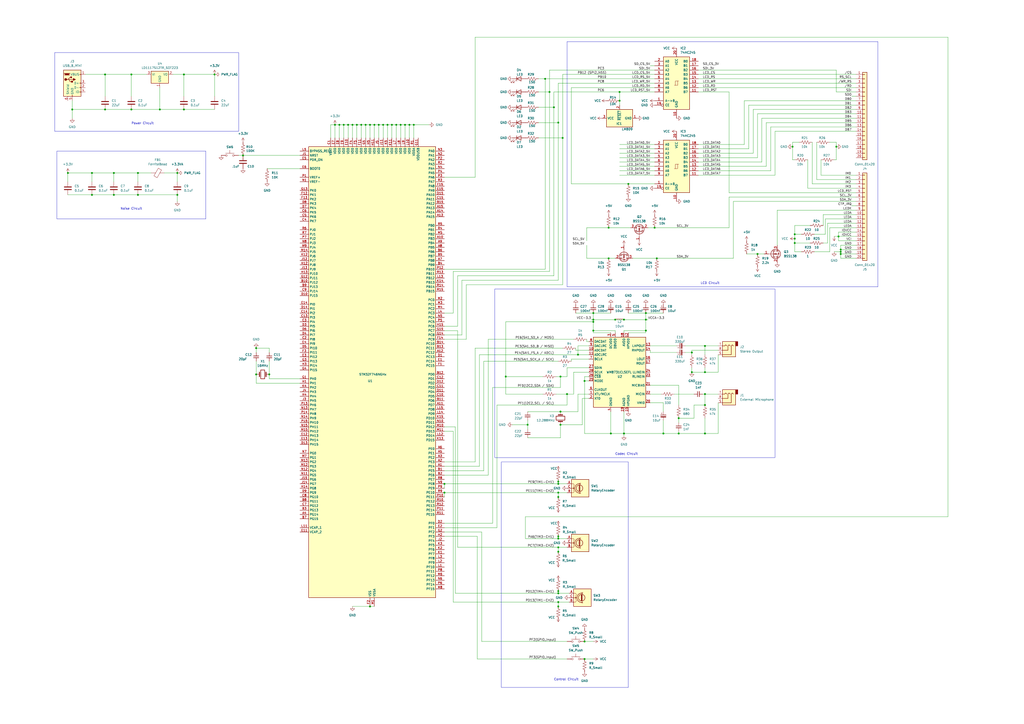
<source format=kicad_sch>
(kicad_sch (version 20230121) (generator eeschema)
  (paper "A2")
  (junction (at 323.85 344.17))
  (junction (at 148.59 217.17))
  (junction (at 325.12 218.44))
  (junction (at 80.01 100.33))
  (junction (at 293.37 218.44))
  (junction (at 306.07 246.38))
  (junction (at 204.47 72.39))
  (junction (at 106.68 43.18))
  (junction (at 335.28 205.74))
  (junction (at 381 149.86))
  (junction (at 76.2 63.5))
  (junction (at 359.41 58.42))
  (junction (at 257.81 285.75))
  (junction (at 196.85 72.39))
  (junction (at 41.91 63.5))
  (junction (at 384.81 251.46))
  (junction (at 214.63 72.39))
  (junction (at 148.59 201.93))
  (junction (at 316.23 45.72))
  (junction (at 408.94 234.95))
  (junction (at 374.65 191.77))
  (junction (at 323.85 342.9))
  (junction (at 219.71 72.39))
  (junction (at 234.95 72.39))
  (junction (at 257.81 280.67))
  (junction (at 229.87 72.39))
  (junction (at 353.06 149.86))
  (junction (at 339.09 382.27))
  (junction (at 323.85 351.79))
  (junction (at 102.87 113.03))
  (junction (at 408.94 228.6))
  (junction (at 323.85 71.12))
  (junction (at 323.85 285.75))
  (junction (at 318.77 53.34))
  (junction (at 356.87 185.42))
  (junction (at 323.85 317.5))
  (junction (at 487.68 147.32))
  (junction (at 140.97 90.17))
  (junction (at 240.03 72.39))
  (junction (at 328.93 228.6))
  (junction (at 66.04 100.33))
  (junction (at 106.68 63.5))
  (junction (at 487.68 144.78))
  (junction (at 194.31 72.39))
  (junction (at 459.74 85.09))
  (junction (at 80.01 113.03))
  (junction (at 359.41 53.34))
  (junction (at 485.14 85.09))
  (junction (at 212.09 72.39))
  (junction (at 323.85 349.25))
  (junction (at 325.12 238.76))
  (junction (at 124.46 43.18))
  (junction (at 439.42 147.32))
  (junction (at 232.41 72.39))
  (junction (at 486.41 137.16))
  (junction (at 393.7 251.46))
  (junction (at 237.49 72.39))
  (junction (at 344.17 186.69))
  (junction (at 323.85 279.4))
  (junction (at 461.01 135.89))
  (junction (at 92.71 63.5))
  (junction (at 401.32 204.47))
  (junction (at 199.39 72.39))
  (junction (at 60.96 43.18))
  (junction (at 393.7 242.57))
  (junction (at 401.32 215.9))
  (junction (at 224.79 72.39))
  (junction (at 487.68 146.05))
  (junction (at 39.37 100.33))
  (junction (at 353.06 132.08))
  (junction (at 222.25 72.39))
  (junction (at 339.09 220.98))
  (junction (at 344.17 191.77))
  (junction (at 374.65 185.42))
  (junction (at 364.49 106.68))
  (junction (at 344.17 185.42))
  (junction (at 361.95 185.42))
  (junction (at 66.04 113.03))
  (junction (at 361.95 251.46))
  (junction (at 461.01 138.43))
  (junction (at 379.73 132.08))
  (junction (at 60.96 63.5))
  (junction (at 344.17 181.61))
  (junction (at 53.34 100.33))
  (junction (at 339.09 372.11))
  (junction (at 461.01 140.97))
  (junction (at 323.85 280.67))
  (junction (at 323.85 288.29))
  (junction (at 209.55 72.39))
  (junction (at 102.87 100.33))
  (junction (at 323.85 311.15))
  (junction (at 156.21 217.17))
  (junction (at 408.94 215.9))
  (junction (at 321.31 62.23))
  (junction (at 217.17 72.39))
  (junction (at 201.93 72.39))
  (junction (at 354.33 251.46))
  (junction (at 76.2 43.18))
  (junction (at 325.12 246.38))
  (junction (at 408.94 200.66))
  (junction (at 323.85 320.04))
  (junction (at 408.94 251.46))
  (junction (at 207.01 72.39))
  (junction (at 326.39 80.01))
  (junction (at 374.65 181.61))
  (junction (at 323.85 312.42))
  (junction (at 53.34 113.03))
  (junction (at 214.63 351.79))
  (junction (at 227.33 72.39))
  (wire (pts (xy 222.25 72.39) (xy 222.25 80.01)))
  (wire (pts (xy 472.44 146.05) (xy 481.33 146.05)))
  (wire (pts (xy 323.85 162.56) (xy 267.97 162.56)))
  (wire (pts (xy 148.59 222.25) (xy 148.59 217.17)))
  (wire (pts (xy 444.5 96.52) (xy 444.5 71.12)))
  (wire (pts (xy 76.2 43.18) (xy 76.2 55.88)))
  (wire (pts (xy 422.91 111.76) (xy 496.57 111.76)))
  (wire (pts (xy 377.19 38.1) (xy 379.73 38.1)))
  (wire (pts (xy 425.45 116.84) (xy 425.45 149.86)))
  (wire (pts (xy 41.91 63.5) (xy 60.96 63.5)))
  (wire (pts (xy 265.43 317.5) (xy 323.85 317.5)))
  (wire (pts (xy 66.04 100.33) (xy 66.04 105.41)))
  (wire (pts (xy 337.82 246.38) (xy 325.12 246.38)))
  (wire (pts (xy 359.41 88.9) (xy 379.73 88.9)))
  (wire (pts (xy 459.74 92.71) (xy 459.74 85.09)))
  (wire (pts (xy 481.33 132.08) (xy 481.33 146.05)))
  (wire (pts (xy 323.85 279.4) (xy 323.85 278.13)))
  (wire (pts (xy 124.46 43.18) (xy 124.46 55.88)))
  (wire (pts (xy 262.89 349.25) (xy 262.89 250.19)))
  (wire (pts (xy 278.13 205.74) (xy 335.28 205.74)))
  (wire (pts (xy 405.13 83.82) (xy 431.8 83.82)))
  (wire (pts (xy 359.41 96.52) (xy 379.73 96.52)))
  (wire (pts (xy 331.47 50.8) (xy 379.73 50.8)))
  (wire (pts (xy 257.81 273.05) (xy 280.67 273.05)))
  (wire (pts (xy 267.97 194.31) (xy 257.81 194.31)))
  (wire (pts (xy 148.59 209.55) (xy 148.59 217.17)))
  (wire (pts (xy 486.41 137.16) (xy 496.57 137.16)))
  (wire (pts (xy 487.68 146.05) (xy 487.68 147.32)))
  (wire (pts (xy 66.04 100.33) (xy 53.34 100.33)))
  (wire (pts (xy 227.33 72.39) (xy 229.87 72.39)))
  (wire (pts (xy 477.52 124.46) (xy 496.57 124.46)))
  (wire (pts (xy 356.87 193.04) (xy 356.87 191.77)))
  (wire (pts (xy 321.31 53.34) (xy 359.41 53.34)))
  (wire (pts (xy 262.89 181.61) (xy 257.81 181.61)))
  (wire (pts (xy 392.43 204.47) (xy 377.19 204.47)))
  (wire (pts (xy 339.09 372.11) (xy 344.17 372.11)))
  (wire (pts (xy 483.87 137.16) (xy 486.41 137.16)))
  (wire (pts (xy 361.95 251.46) (xy 361.95 252.73)))
  (wire (pts (xy 312.42 62.23) (xy 321.31 62.23)))
  (wire (pts (xy 140.97 90.17) (xy 173.99 90.17)))
  (wire (pts (xy 312.42 53.34) (xy 318.77 53.34)))
  (wire (pts (xy 486.41 134.62) (xy 486.41 137.16)))
  (wire (pts (xy 214.63 72.39) (xy 214.63 80.01)))
  (wire (pts (xy 207.01 72.39) (xy 209.55 72.39)))
  (wire (pts (xy 257.81 189.23) (xy 265.43 189.23)))
  (wire (pts (xy 359.41 99.06) (xy 379.73 99.06)))
  (wire (pts (xy 275.59 21.59) (xy 275.59 102.87)))
  (wire (pts (xy 312.42 71.12) (xy 323.85 71.12)))
  (wire (pts (xy 476.25 101.6) (xy 496.57 101.6)))
  (wire (pts (xy 459.74 82.55) (xy 463.55 82.55)))
  (wire (pts (xy 262.89 250.19) (xy 257.81 250.19)))
  (wire (pts (xy 487.68 142.24) (xy 487.68 144.78)))
  (wire (pts (xy 334.01 203.2) (xy 341.63 203.2)))
  (wire (pts (xy 39.37 100.33) (xy 39.37 105.41)))
  (wire (pts (xy 439.42 66.04) (xy 496.57 66.04)))
  (wire (pts (xy 323.85 48.26) (xy 323.85 71.12)))
  (wire (pts (xy 328.93 280.67) (xy 323.85 280.67)))
  (wire (pts (xy 278.13 270.51) (xy 278.13 205.74)))
  (wire (pts (xy 364.49 106.68) (xy 379.73 106.68)))
  (wire (pts (xy 461.01 138.43) (xy 461.01 140.97)))
  (wire (pts (xy 314.96 228.6) (xy 293.37 228.6)))
  (wire (pts (xy 323.85 320.04) (xy 323.85 321.31)))
  (wire (pts (xy 480.06 129.54) (xy 480.06 140.97)))
  (wire (pts (xy 293.37 186.69) (xy 344.17 186.69)))
  (wire (pts (xy 173.99 222.25) (xy 148.59 222.25)))
  (wire (pts (xy 332.74 215.9) (xy 332.74 228.6)))
  (wire (pts (xy 341.63 200.66) (xy 335.28 200.66)))
  (wire (pts (xy 408.94 215.9) (xy 401.32 215.9)))
  (wire (pts (xy 224.79 72.39) (xy 224.79 80.01)))
  (wire (pts (xy 487.68 149.86) (xy 496.57 149.86)))
  (wire (pts (xy 549.91 21.59) (xy 275.59 21.59)))
  (wire (pts (xy 377.19 228.6) (xy 383.54 228.6)))
  (wire (pts (xy 344.17 181.61) (xy 354.33 181.61)))
  (wire (pts (xy 353.06 149.86) (xy 356.87 149.86)))
  (wire (pts (xy 401.32 213.36) (xy 401.32 215.9)))
  (wire (pts (xy 487.68 142.24) (xy 496.57 142.24)))
  (wire (pts (xy 53.34 113.03) (xy 66.04 113.03)))
  (wire (pts (xy 353.06 132.08) (xy 365.76 132.08)))
  (wire (pts (xy 316.23 45.72) (xy 379.73 45.72)))
  (wire (pts (xy 328.93 228.6) (xy 328.93 234.95)))
  (wire (pts (xy 214.63 72.39) (xy 217.17 72.39)))
  (wire (pts (xy 359.41 86.36) (xy 379.73 86.36)))
  (wire (pts (xy 196.85 72.39) (xy 199.39 72.39)))
  (wire (pts (xy 80.01 113.03) (xy 102.87 113.03)))
  (wire (pts (xy 270.51 196.85) (xy 257.81 196.85)))
  (wire (pts (xy 374.65 185.42) (xy 375.92 185.42)))
  (wire (pts (xy 359.41 91.44) (xy 379.73 91.44)))
  (wire (pts (xy 224.79 72.39) (xy 227.33 72.39)))
  (wire (pts (xy 478.79 127) (xy 496.57 127)))
  (wire (pts (xy 335.28 228.6) (xy 335.28 238.76)))
  (wire (pts (xy 232.41 72.39) (xy 234.95 72.39)))
  (wire (pts (xy 328.93 213.36) (xy 328.93 218.44)))
  (wire (pts (xy 237.49 72.39) (xy 237.49 80.01)))
  (wire (pts (xy 377.19 233.68) (xy 384.81 233.68)))
  (wire (pts (xy 323.85 351.79) (xy 323.85 353.06)))
  (wire (pts (xy 337.82 231.14) (xy 337.82 246.38)))
  (wire (pts (xy 304.8 299.72) (xy 549.91 299.72)))
  (wire (pts (xy 461.01 130.81) (xy 461.01 135.89)))
  (wire (pts (xy 328.93 285.75) (xy 323.85 285.75)))
  (wire (pts (xy 377.19 204.47) (xy 377.19 203.2)))
  (wire (pts (xy 434.34 60.96) (xy 496.57 60.96)))
  (wire (pts (xy 549.91 299.72) (xy 549.91 21.59)))
  (wire (pts (xy 280.67 273.05) (xy 280.67 209.55)))
  (wire (pts (xy 359.41 53.34) (xy 359.41 58.42)))
  (wire (pts (xy 325.12 246.38) (xy 325.12 254)))
  (wire (pts (xy 288.29 234.95) (xy 328.93 234.95)))
  (wire (pts (xy 379.73 132.08) (xy 422.91 132.08)))
  (wire (pts (xy 472.44 135.89) (xy 478.79 135.89)))
  (wire (pts (xy 361.95 185.42) (xy 374.65 185.42)))
  (wire (pts (xy 447.04 73.66) (xy 447.04 99.06)))
  (wire (pts (xy 473.71 104.14) (xy 496.57 104.14)))
  (wire (pts (xy 405.13 88.9) (xy 436.88 88.9)))
  (wire (pts (xy 288.29 234.95) (xy 288.29 306.07)))
  (wire (pts (xy 402.59 242.57) (xy 402.59 234.95)))
  (wire (pts (xy 407.67 228.6) (xy 408.94 228.6)))
  (wire (pts (xy 257.81 285.75) (xy 257.81 288.29)))
  (wire (pts (xy 393.7 251.46) (xy 408.94 251.46)))
  (wire (pts (xy 332.74 228.6) (xy 328.93 228.6)))
  (wire (pts (xy 408.94 242.57) (xy 408.94 251.46)))
  (wire (pts (xy 285.75 224.79) (xy 325.12 224.79)))
  (wire (pts (xy 384.81 233.68) (xy 384.81 238.76)))
  (wire (pts (xy 405.13 40.64) (xy 485.14 40.64)))
  (wire (pts (xy 405.13 93.98) (xy 441.96 93.98)))
  (wire (pts (xy 76.2 63.5) (xy 92.71 63.5)))
  (wire (pts (xy 461.01 135.89) (xy 464.82 135.89)))
  (wire (pts (xy 297.18 246.38) (xy 306.07 246.38)))
  (wire (pts (xy 270.51 165.1) (xy 270.51 196.85)))
  (wire (pts (xy 323.85 342.9) (xy 323.85 341.63)))
  (wire (pts (xy 156.21 201.93) (xy 156.21 204.47)))
  (wire (pts (xy 285.75 224.79) (xy 285.75 303.53)))
  (wire (pts (xy 257.81 306.07) (xy 288.29 306.07)))
  (wire (pts (xy 487.68 144.78) (xy 496.57 144.78)))
  (wire (pts (xy 464.82 146.05) (xy 461.01 146.05)))
  (wire (pts (xy 264.16 247.65) (xy 264.16 344.17)))
  (wire (pts (xy 364.49 106.68) (xy 331.47 106.68)))
  (wire (pts (xy 335.28 200.66) (xy 335.28 205.74)))
  (wire (pts (xy 199.39 72.39) (xy 199.39 80.01)))
  (wire (pts (xy 354.33 193.04) (xy 344.17 193.04)))
  (wire (pts (xy 450.85 142.24) (xy 450.85 121.92)))
  (wire (pts (xy 264.16 344.17) (xy 323.85 344.17)))
  (wire (pts (xy 408.94 200.66) (xy 416.56 200.66)))
  (wire (pts (xy 354.33 238.76) (xy 354.33 251.46)))
  (wire (pts (xy 328.93 317.5) (xy 323.85 317.5)))
  (wire (pts (xy 49.53 43.18) (xy 60.96 43.18)))
  (wire (pts (xy 469.9 130.81) (xy 461.01 130.81)))
  (wire (pts (xy 217.17 72.39) (xy 219.71 72.39)))
  (wire (pts (xy 359.41 83.82) (xy 379.73 83.82)))
  (wire (pts (xy 326.39 43.18) (xy 326.39 80.01)))
  (wire (pts (xy 306.07 246.38) (xy 306.07 248.92)))
  (wire (pts (xy 293.37 218.44) (xy 293.37 186.69)))
  (wire (pts (xy 477.52 124.46) (xy 477.52 130.81)))
  (wire (pts (xy 341.63 218.44) (xy 339.09 218.44)))
  (wire (pts (xy 397.51 200.66) (xy 408.94 200.66)))
  (wire (pts (xy 405.13 91.44) (xy 439.42 91.44)))
  (wire (pts (xy 485.14 85.09) (xy 485.14 82.55)))
  (wire (pts (xy 154.94 97.79) (xy 173.99 97.79)))
  (wire (pts (xy 425.45 116.84) (xy 496.57 116.84)))
  (wire (pts (xy 339.09 382.27) (xy 344.17 382.27)))
  (wire (pts (xy 217.17 72.39) (xy 217.17 80.01)))
  (wire (pts (xy 323.85 288.29) (xy 323.85 289.56)))
  (wire (pts (xy 276.86 382.27) (xy 328.93 382.27)))
  (wire (pts (xy 321.31 62.23) (xy 321.31 160.02)))
  (wire (pts (xy 391.16 228.6) (xy 402.59 228.6)))
  (wire (pts (xy 318.77 40.64) (xy 379.73 40.64)))
  (wire (pts (xy 257.81 247.65) (xy 264.16 247.65)))
  (wire (pts (xy 341.63 228.6) (xy 335.28 228.6)))
  (wire (pts (xy 60.96 43.18) (xy 60.96 55.88)))
  (wire (pts (xy 408.94 200.66) (xy 408.94 205.74)))
  (wire (pts (xy 431.8 83.82) (xy 431.8 58.42)))
  (wire (pts (xy 485.14 53.34) (xy 496.57 53.34)))
  (wire (pts (xy 361.95 191.77) (xy 374.65 191.77)))
  (wire (pts (xy 265.43 317.5) (xy 265.43 191.77)))
  (wire (pts (xy 468.63 92.71) (xy 468.63 109.22)))
  (wire (pts (xy 393.7 250.19) (xy 393.7 251.46)))
  (wire (pts (xy 201.93 72.39) (xy 204.47 72.39)))
  (wire (pts (xy 323.85 312.42) (xy 323.85 311.15)))
  (wire (pts (xy 340.36 149.86) (xy 353.06 149.86)))
  (wire (pts (xy 316.23 45.72) (xy 316.23 156.21)))
  (wire (pts (xy 76.2 43.18) (xy 85.09 43.18)))
  (wire (pts (xy 364.49 193.04) (xy 374.65 193.04)))
  (wire (pts (xy 219.71 72.39) (xy 222.25 72.39)))
  (wire (pts (xy 257.81 275.59) (xy 283.21 275.59)))
  (wire (pts (xy 234.95 72.39) (xy 234.95 80.01)))
  (wire (pts (xy 306.07 243.84) (xy 306.07 246.38)))
  (wire (pts (xy 209.55 72.39) (xy 212.09 72.39)))
  (wire (pts (xy 401.32 204.47) (xy 401.32 203.2)))
  (wire (pts (xy 80.01 100.33) (xy 66.04 100.33)))
  (wire (pts (xy 408.94 228.6) (xy 416.56 228.6)))
  (wire (pts (xy 106.68 63.5) (xy 124.46 63.5)))
  (wire (pts (xy 60.96 43.18) (xy 76.2 43.18)))
  (wire (pts (xy 439.42 66.04) (xy 439.42 91.44)))
  (wire (pts (xy 53.34 100.33) (xy 53.34 105.41)))
  (wire (pts (xy 321.31 53.34) (xy 321.31 62.23)))
  (wire (pts (xy 331.47 209.55) (xy 331.47 208.28)))
  (wire (pts (xy 322.58 228.6) (xy 328.93 228.6)))
  (wire (pts (xy 405.13 86.36) (xy 434.34 86.36)))
  (wire (pts (xy 194.31 72.39) (xy 191.77 72.39)))
  (wire (pts (xy 306.07 238.76) (xy 325.12 238.76)))
  (wire (pts (xy 257.81 280.67) (xy 257.81 283.21)))
  (wire (pts (xy 148.59 201.93) (xy 156.21 201.93)))
  (wire (pts (xy 494.03 55.88) (xy 496.57 55.88)))
  (wire (pts (xy 280.67 209.55) (xy 323.85 209.55)))
  (wire (pts (xy 481.33 82.55) (xy 485.14 82.55)))
  (wire (pts (xy 222.25 72.39) (xy 224.79 72.39)))
  (wire (pts (xy 312.42 80.01) (xy 326.39 80.01)))
  (wire (pts (xy 354.33 251.46) (xy 361.95 251.46)))
  (wire (pts (xy 330.2 344.17) (xy 323.85 344.17)))
  (wire (pts (xy 486.41 139.7) (xy 496.57 139.7)))
  (wire (pts (xy 441.96 93.98) (xy 441.96 68.58)))
  (wire (pts (xy 102.87 113.03) (xy 102.87 116.84)))
  (wire (pts (xy 148.59 201.93) (xy 148.59 204.47)))
  (wire (pts (xy 434.34 60.96) (xy 434.34 86.36)))
  (wire (pts (xy 279.4 372.11) (xy 328.93 372.11)))
  (wire (pts (xy 265.43 160.02) (xy 265.43 189.23)))
  (wire (pts (xy 227.33 72.39) (xy 227.33 80.01)))
  (wire (pts (xy 471.17 106.68) (xy 496.57 106.68)))
  (wire (pts (xy 375.92 132.08) (xy 379.73 132.08)))
  (wire (pts (xy 486.41 134.62) (xy 496.57 134.62)))
  (wire (pts (xy 478.79 127) (xy 478.79 135.89)))
  (wire (pts (xy 341.63 213.36) (xy 328.93 213.36)))
  (wire (pts (xy 191.77 72.39) (xy 191.77 80.01)))
  (wire (pts (xy 408.94 251.46) (xy 416.56 251.46)))
  (wire (pts (xy 384.81 251.46) (xy 393.7 251.46)))
  (wire (pts (xy 257.81 267.97) (xy 275.59 267.97)))
  (wire (pts (xy 401.32 204.47) (xy 401.32 205.74)))
  (wire (pts (xy 257.81 285.75) (xy 323.85 285.75)))
  (wire (pts (xy 361.95 251.46) (xy 384.81 251.46)))
  (wire (pts (xy 275.59 267.97) (xy 275.59 201.93)))
  (wire (pts (xy 494.03 119.38) (xy 496.57 119.38)))
  (wire (pts (xy 53.34 100.33) (xy 39.37 100.33)))
  (wire (pts (xy 199.39 72.39) (xy 201.93 72.39)))
  (wire (pts (xy 439.42 147.32) (xy 443.23 147.32)))
  (wire (pts (xy 204.47 351.79) (xy 214.63 351.79)))
  (wire (pts (xy 405.13 50.8) (xy 496.57 50.8)))
  (wire (pts (xy 323.85 71.12) (xy 323.85 162.56)))
  (wire (pts (xy 87.63 100.33) (xy 80.01 100.33)))
  (wire (pts (xy 374.65 181.61) (xy 374.65 185.42)))
  (wire (pts (xy 422.91 53.34) (xy 422.91 111.76)))
  (wire (pts (xy 339.09 251.46) (xy 354.33 251.46)))
  (wire (pts (xy 436.88 88.9) (xy 436.88 63.5)))
  (wire (pts (xy 106.68 43.18) (xy 124.46 43.18)))
  (wire (pts (xy 304.8 299.72) (xy 304.8 312.42)))
  (wire (pts (xy 156.21 219.71) (xy 156.21 217.17)))
  (wire (pts (xy 473.71 82.55) (xy 473.71 104.14)))
  (wire (pts (xy 194.31 72.39) (xy 196.85 72.39)))
  (wire (pts (xy 232.41 72.39) (xy 232.41 80.01)))
  (wire (pts (xy 416.56 203.2) (xy 401.32 203.2)))
  (wire (pts (xy 377.19 200.66) (xy 392.43 200.66)))
  (wire (pts (xy 240.03 72.39) (xy 240.03 80.01)))
  (wire (pts (xy 405.13 43.18) (xy 496.57 43.18)))
  (wire (pts (xy 367.03 149.86) (xy 381 149.86)))
  (wire (pts (xy 408.94 213.36) (xy 408.94 215.9)))
  (wire (pts (xy 359.41 101.6) (xy 379.73 101.6)))
  (wire (pts (xy 234.95 72.39) (xy 237.49 72.39)))
  (wire (pts (xy 318.77 53.34) (xy 318.77 157.48)))
  (wire (pts (xy 326.39 165.1) (xy 270.51 165.1)))
  (wire (pts (xy 304.8 312.42) (xy 323.85 312.42)))
  (wire (pts (xy 405.13 45.72) (xy 496.57 45.72)))
  (wire (pts (xy 204.47 72.39) (xy 204.47 80.01)))
  (wire (pts (xy 265.43 191.77) (xy 257.81 191.77)))
  (wire (pts (xy 481.33 132.08) (xy 496.57 132.08)))
  (wire (pts (xy 323.85 48.26) (xy 379.73 48.26)))
  (wire (pts (xy 487.68 147.32) (xy 487.68 149.86)))
  (wire (pts (xy 416.56 205.74) (xy 416.56 215.9)))
  (wire (pts (xy 416.56 215.9) (xy 408.94 215.9)))
  (wire (pts (xy 341.63 215.9) (xy 332.74 215.9)))
  (wire (pts (xy 207.01 72.39) (xy 207.01 80.01)))
  (wire (pts (xy 405.13 99.06) (xy 447.04 99.06)))
  (wire (pts (xy 344.17 185.42) (xy 356.87 185.42)))
  (wire (pts (xy 340.36 196.85) (xy 340.36 198.12)))
  (wire (pts (xy 262.89 157.48) (xy 262.89 181.61)))
  (wire (pts (xy 39.37 113.03) (xy 53.34 113.03)))
  (wire (pts (xy 487.68 144.78) (xy 487.68 146.05)))
  (wire (pts (xy 325.12 218.44) (xy 325.12 224.79)))
  (wire (pts (xy 156.21 209.55) (xy 156.21 217.17)))
  (wire (pts (xy 283.21 275.59) (xy 283.21 196.85)))
  (wire (pts (xy 405.13 101.6) (xy 449.58 101.6)))
  (wire (pts (xy 405.13 48.26) (xy 496.57 48.26)))
  (wire (pts (xy 257.81 270.51) (xy 278.13 270.51)))
  (wire (pts (xy 344.17 186.69) (xy 344.17 185.42)))
  (wire (pts (xy 214.63 351.79) (xy 217.17 351.79)))
  (wire (pts (xy 323.85 349.25) (xy 323.85 351.79)))
  (wire (pts (xy 422.91 132.08) (xy 422.91 114.3)))
  (wire (pts (xy 212.09 72.39) (xy 214.63 72.39)))
  (wire (pts (xy 381 149.86) (xy 425.45 149.86)))
  (wire (pts (xy 449.58 101.6) (xy 449.58 76.2)))
  (wire (pts (xy 106.68 43.18) (xy 106.68 55.88)))
  (wire (pts (xy 344.17 191.77) (xy 344.17 186.69)))
  (wire (pts (xy 359.41 93.98) (xy 379.73 93.98)))
  (wire (pts (xy 325.12 254) (xy 306.07 254)))
  (wire (pts (xy 100.33 43.18) (xy 106.68 43.18)))
  (wire (pts (xy 444.5 71.12) (xy 496.57 71.12)))
  (wire (pts (xy 318.77 157.48) (xy 262.89 157.48)))
  (wire (pts (xy 471.17 106.68) (xy 471.17 82.55)))
  (wire (pts (xy 321.31 160.02) (xy 265.43 160.02)))
  (wire (pts (xy 323.85 344.17) (xy 323.85 342.9)))
  (wire (pts (xy 212.09 72.39) (xy 212.09 80.01)))
  (wire (pts (xy 334.01 181.61) (xy 344.17 181.61)))
  (wire (pts (xy 312.42 45.72) (xy 316.23 45.72)))
  (wire (pts (xy 41.91 63.5) (xy 41.91 68.58)))
  (wire (pts (xy 359.41 60.96) (xy 359.41 58.42)))
  (wire (pts (xy 374.65 181.61) (xy 384.81 181.61)))
  (wire (pts (xy 340.36 142.24) (xy 340.36 149.86)))
  (wire (pts (xy 339.09 220.98) (xy 339.09 251.46)))
  (wire (pts (xy 330.2 349.25) (xy 323.85 349.25)))
  (wire (pts (xy 476.25 101.6) (xy 476.25 92.71)))
  (wire (pts (xy 314.96 218.44) (xy 293.37 218.44)))
  (wire (pts (xy 283.21 196.85) (xy 332.74 196.85)))
  (wire (pts (xy 422.91 114.3) (xy 496.57 114.3)))
  (wire (pts (xy 361.95 238.76) (xy 361.95 251.46)))
  (wire (pts (xy 331.47 208.28) (xy 341.63 208.28)))
  (wire (pts (xy 344.17 181.61) (xy 344.17 185.42)))
  (wire (pts (xy 331.47 50.8) (xy 331.47 106.68)))
  (wire (pts (xy 204.47 72.39) (xy 207.01 72.39)))
  (wire (pts (xy 441.96 68.58) (xy 496.57 68.58)))
  (wire (pts (xy 201.93 72.39) (xy 201.93 80.01)))
  (wire (pts (xy 323.85 311.15) (xy 323.85 309.88)))
  (wire (pts (xy 459.74 85.09) (xy 459.74 82.55)))
  (wire (pts (xy 374.65 191.77) (xy 374.65 185.42)))
  (wire (pts (xy 279.4 308.61) (xy 257.81 308.61)))
  (wire (pts (xy 340.36 198.12) (xy 341.63 198.12)))
  (wire (pts (xy 384.81 243.84) (xy 384.81 251.46)))
  (wire (pts (xy 279.4 372.11) (xy 279.4 308.61)))
  (wire (pts (xy 344.17 193.04) (xy 344.17 191.77)))
  (wire (pts (xy 340.36 132.08) (xy 353.06 132.08)))
  (wire (pts (xy 340.36 139.7) (xy 340.36 132.08)))
  (wire (pts (xy 267.97 162.56) (xy 267.97 194.31)))
  (wire (pts (xy 323.85 280.67) (xy 323.85 279.4)))
  (wire (pts (xy 257.81 280.67) (xy 323.85 280.67)))
  (wire (pts (xy 335.28 205.74) (xy 341.63 205.74)))
  (wire (pts (xy 364.49 181.61) (xy 374.65 181.61)))
  (wire (pts (xy 339.09 220.98) (xy 341.63 220.98)))
  (wire (pts (xy 102.87 100.33) (xy 102.87 105.41)))
  (wire (pts (xy 450.85 121.92) (xy 496.57 121.92)))
  (wire (pts (xy 328.93 218.44) (xy 325.12 218.44)))
  (wire (pts (xy 480.06 129.54) (xy 496.57 129.54)))
  (wire (pts (xy 485.14 53.34) (xy 485.14 40.64)))
  (wire (pts (xy 461.01 92.71) (xy 459.74 92.71)))
  (wire (pts (xy 138.43 90.17) (xy 140.97 90.17)))
  (wire (pts (xy 393.7 242.57) (xy 402.59 242.57)))
  (wire (pts (xy 485.14 92.71) (xy 485.14 85.09)))
  (wire (pts (xy 237.49 72.39) (xy 240.03 72.39)))
  (wire (pts (xy 60.96 63.5) (xy 76.2 63.5)))
  (wire (pts (xy 374.65 193.04) (xy 374.65 191.77)))
  (wire (pts (xy 408.94 228.6) (xy 408.94 234.95)))
  (wire (pts (xy 405.13 96.52) (xy 444.5 96.52)))
  (wire (pts (xy 477.52 140.97) (xy 480.06 140.97)))
  (wire (pts (xy 402.59 234.95) (xy 408.94 234.95)))
  (wire (pts (xy 322.58 218.44) (xy 325.12 218.44)))
  (wire (pts (xy 356.87 191.77) (xy 344.17 191.77)))
  (wire (pts (xy 66.04 113.03) (xy 80.01 113.03)))
  (wire (pts (xy 323.85 285.75) (xy 323.85 288.29)))
  (wire (pts (xy 240.03 72.39) (xy 248.92 72.39)))
  (wire (pts (xy 341.63 231.14) (xy 337.82 231.14)))
  (wire (pts (xy 436.88 63.5) (xy 496.57 63.5)))
  (wire (pts (xy 209.55 72.39) (xy 209.55 80.01)))
  (wire (pts (xy 80.01 100.33) (xy 80.01 105.41)))
  (wire (pts (xy 316.23 156.21) (xy 257.81 156.21)))
  (wire (pts (xy 487.68 147.32) (xy 496.57 147.32)))
  (wire (pts (xy 416.56 233.68) (xy 416.56 251.46)))
  (wire (pts (xy 339.09 218.44) (xy 339.09 220.98)))
  (wire (pts (xy 342.9 185.42) (xy 344.17 185.42)))
  (wire (pts (xy 469.9 140.97) (xy 461.01 140.97)))
  (wire (pts (xy 293.37 228.6) (xy 293.37 218.44)))
  (wire (pts (xy 92.71 63.5) (xy 106.68 63.5)))
  (wire (pts (xy 433.07 147.32) (xy 439.42 147.32)))
  (wire (pts (xy 447.04 73.66) (xy 496.57 73.66)))
  (wire (pts (xy 397.51 204.47) (xy 401.32 204.47)))
  (wire (pts (xy 361.95 193.04) (xy 361.95 191.77)))
  (wire (pts (xy 229.87 72.39) (xy 232.41 72.39)))
  (wire (pts (xy 461.01 140.97) (xy 461.01 146.05)))
  (wire (pts (xy 393.7 242.57) (xy 393.7 245.11)))
  (wire (pts (xy 359.41 53.34) (xy 379.73 53.34)))
  (wire (pts (xy 275.59 201.93) (xy 326.39 201.93)))
  (wire (pts (xy 41.91 58.42) (xy 41.91 63.5)))
  (wire (pts (xy 194.31 72.39) (xy 194.31 80.01)))
  (wire (pts (xy 328.93 312.42) (xy 323.85 312.42)))
  (wire (pts (xy 173.99 219.71) (xy 156.21 219.71)))
  (wire (pts (xy 196.85 72.39) (xy 196.85 80.01)))
  (wire (pts (xy 262.89 349.25) (xy 323.85 349.25)))
  (wire (pts (xy 95.25 100.33) (xy 102.87 100.33)))
  (wire (pts (xy 276.86 382.27) (xy 276.86 311.15)))
  (wire (pts (xy 275.59 102.87) (xy 257.81 102.87)))
  (wire (pts (xy 483.87 146.05) (xy 487.68 146.05)))
  (wire (pts (xy 431.8 58.42) (xy 496.57 58.42)))
  (wire (pts (xy 219.71 72.39) (xy 219.71 80.01)))
  (wire (pts (xy 377.19 223.52) (xy 393.7 223.52)))
  (wire (pts (xy 361.95 185.42) (xy 356.87 185.42)))
  (wire (pts (xy 449.58 76.2) (xy 496.57 76.2)))
  (wire (pts (xy 285.75 303.53) (xy 257.81 303.53)))
  (wire (pts (xy 486.41 137.16) (xy 486.41 139.7)))
  (wire (pts (xy 318.77 40.64) (xy 318.77 53.34)))
  (wire (pts (xy 326.39 80.01) (xy 326.39 165.1)))
  (wire (pts (xy 335.28 238.76) (xy 325.12 238.76)))
  (wire (pts (xy 461.01 135.89) (xy 461.01 138.43)))
  (wire (pts (xy 405.13 53.34) (xy 422.91 53.34)))
  (wire (pts (xy 326.39 43.18) (xy 379.73 43.18)))
  (wire (pts (xy 229.87 72.39) (xy 229.87 80.01)))
  (wire (pts (xy 334.01 201.93) (xy 334.01 203.2)))
  (wire (pts (xy 257.81 311.15) (xy 276.86 311.15)))
  (wire (pts (xy 393.7 234.95) (xy 393.7 223.52)))
  (wire (pts (xy 468.63 109.22) (xy 496.57 109.22)))
  (wire (pts (xy 323.85 317.5) (xy 323.85 320.04)))
  (wire (pts (xy 92.71 50.8) (xy 92.71 63.5)))
  (wire (pts (xy 483.87 92.71) (xy 485.14 92.71)))
  (rectangle (start 33.02 87.63) (end 119.38 127))
  (rectangle (start 328.93 24.13) (end 509.27 166.37))
  (rectangle (start 31.75 30.48) (end 138.43 76.2))
  (rectangle (start 290.83 267.97) (end 364.49 398.78))
  (rectangle (start 287.02 167.64) (end 449.58 265.43))
  (text "LCD Circuit" (at 406.4 165.1 0) (effects (font (size 1.27 1.27)) (justify left bottom)))
  (text "Control Circuit" (at 321.31 394.97 0) (effects (font (size 1.27 1.27)) (justify left bottom)))
  (text "Noise Circuit\n" (at 69.85 121.92 0) (effects (font (size 1.27 1.27)) (justify left bottom)))
  (text "Power Circuit\n" (at 76.2 72.39 0) (effects (font (size 1.27 1.27)) (justify left bottom)))
  (text "Codec Circuit" (at 356.87 264.16 0) (effects (font (size 1.27 1.27)) (justify left bottom)))
  (label "IOVCC" (at 494.03 134.62 180))
  (label "LCD_DATA3_5V" (at 377.19 91.44 180))
  (label "LCD_RST" (at 494.03 111.76 180))
  (label "DB5" (at 494.03 71.12 180))
  (label "PF2(GPIO_Input)" (at 322.58 372.11 180))
  (label "SDI_3V" (at 407.67 40.64 0))
  (label "PF3(GPIO_Input)" (at 322.58 382.27 180))
  (label "IM1" (at 490.22 104.14 0))
  (label "LCD_DATA0_5V" (at 377.19 83.82 180))
  (label "GND" (at 494.03 142.24 180))
  (label "PC8" (at 350.52 48.26 180))
  (label "SDA_3V" (at 392.43 149.86 0))
  (label "IOVCC" (at 494.03 137.16 180))
  (label "PE5(SAI1_SCK_A {slash} SCK)" (at 321.31 209.55 180))
  (label "PE9(TIM1-CH1)" (at 321.31 280.67 180))
  (label "DB0" (at 494.03 58.42 180))
  (label "PC3" (at 350.52 40.64 180))
  (label "GND" (at 494.03 144.78 180))
  (label "PC6" (at 350.52 53.34 180))
  (label "LCD_DATA1_5V" (at 377.19 86.36 180))
  (label "{slash}WR_RS" (at 494.03 48.26 180))
  (label "SD_CS_5V" (at 377.19 38.1 180))
  (label "SDO" (at 494.03 55.88 180))
  (label "LEDK" (at 494.03 121.92 180))
  (label "LCD_DATA1" (at 407.67 86.36 0))
  (label "LCD_RST_5V" (at 377.19 53.34 180))
  (label "DB7" (at 494.03 76.2 180))
  (label "PF0(I2C2_SDA {slash} SDA)" (at 321.31 224.79 180))
  (label "PE6(SA1_SD_A {slash} MOSI)" (at 321.31 196.85 180))
  (label "VCCA-3.3" (at 375.92 185.42 0))
  (label "LCD_DATA0" (at 407.67 83.82 0))
  (label "SD_CS_3V" (at 407.67 38.1 0))
  (label "LCD_DATA7_5V" (at 377.19 101.6 180))
  (label "SCL_5V" (at 339.09 139.7 180))
  (label "LCD_DATA4" (at 407.67 93.98 0))
  (label "{slash}CS" (at 494.03 43.18 180))
  (label "SDI_5V" (at 377.19 40.64 180))
  (label "RS_SCL" (at 494.03 45.72 180))
  (label "DB4" (at 494.03 68.58 180))
  (label "LCD_RS_5V" (at 377.19 45.72 180))
  (label "LCD_DATA7" (at 407.67 101.6 0))
  (label "DB3" (at 494.03 66.04 180))
  (label "CTP_IRQ" (at 494.03 119.38 180))
  (label "LEDA" (at 494.03 129.54 180))
  (label "LCD_WR_5V" (at 377.19 48.26 180))
  (label "LCD_DATA6" (at 407.67 99.06 0))
  (label "LCD_CS_5V" (at 377.19 43.18 180))
  (label "SDI" (at 494.03 53.34 180))
  (label "SCL_3V" (at 494.03 114.3 180))
  (label "LCD_WR" (at 407.67 48.26 0))
  (label "DB6" (at 494.03 73.66 180))
  (label "PB12 (SPI2_NSS)" (at 351.79 43.18 180))
  (label "VCI" (at 494.03 139.7 180))
  (label "LCD_DATA3" (at 407.67 91.44 0))
  (label "IM0" (at 490.22 101.6 0))
  (label "LEDA" (at 494.03 127 180))
  (label "LCD_DATA5_5V" (at 377.19 96.52 180))
  (label "VCC-3.3" (at 342.9 185.42 180))
  (label "SDA_3V" (at 494.03 116.84 180))
  (label "PD13(TIM1-CH2)" (at 321.31 349.25 180))
  (label "LCD_RS" (at 407.67 45.72 0))
  (label "PB10" (at 351.79 45.72 180))
  (label "PC7(TIM3-CH2)" (at 321.31 317.5 180))
  (label "PD12(TIM4-CH1)" (at 321.31 344.17 180))
  (label "LCD_DATA4_5V" (at 377.19 93.98 180))
  (label "LCD_RST" (at 407.67 53.34 0))
  (label "PA6(TIM3-CH1)" (at 321.31 312.42 180))
  (label "LCD_DATA2" (at 407.67 88.9 0))
  (label "DB2" (at 494.03 63.5 180))
  (label "PE4(SAI1_FS_A {slash} ADCL)" (at 321.31 205.74 180))
  (label "SCL_3V" (at 392.43 132.08 0))
  (label "IM3" (at 490.22 109.22 0))
  (label "GND" (at 494.03 149.86 180))
  (label "LCD_DATA6_5V" (at 377.19 99.06 180))
  (label "PE11(TIM1-CH2)" (at 321.31 285.75 180))
  (label "LCD_DATA5" (at 407.67 96.52 0))
  (label "LEDA" (at 494.03 124.46 180))
  (label "IM2" (at 490.22 106.68 0))
  (label "SDA_5V" (at 339.09 142.24 180))
  (label "LCD_DATA2_5V" (at 377.19 88.9 180))
  (label "LCD_CS" (at 407.67 43.18 0))
  (label "LEDA" (at 494.03 132.08 180))
  (label "PE3(SA1_SD_B {slash} MISO)" (at 321.31 201.93 180))
  (label "PF1(I2C2_SCL {slash} SCL)" (at 321.31 234.95 180))
  (label "{slash}RD" (at 494.03 50.8 180))
  (label "DB1" (at 494.03 60.96 180))
  (label "LCD_RD" (at 407.67 50.8 0))
  (label "LCD_RD_5V" (at 377.19 50.8 180))
  (label "GND" (at 494.03 147.32 180))
  (symbol (lib_id "Device:C_Small") (at 374.65 179.07 0) (unit 1)
    (property "Reference" "C26" (at 377.19 177.8063 0) (effects (justify left)))
    (property "Value" "100nF" (at 377.19 180.3463 0) (effects (justify left)))
  )
  (symbol (lib_id "Device:R_US") (at 393.7 238.76 0) (unit 1)
    (property "Reference" "R34" (at 396.24 237.49 0) (effects (justify left)))
    (property "Value" "680" (at 396.24 240.03 0) (effects (justify left)))
  )
  (symbol (lib_id "Device:R_US") (at 468.63 146.05 90) (unit 1)
    (property "Reference" "R23" (at 468.63 143.51 90))
    (property "Value" "1" (at 468.63 148.59 90))
  )
  (symbol (lib_id "power:+5V") (at 353.06 157.48 180) (unit 1)
    (property "Reference" "#PWR040" (effects hide))
    (property "Value" "+5V" (at 353.06 162.56 0))
  )
  (symbol (lib_id "Device:C_Polarized_Small") (at 384.81 179.07 0) (unit 1)
    (property "Reference" "E8" (at 387.35 177.8 0) (effects (justify left)))
    (property "Value" "10uF" (at 387.35 180.34 0) (effects (justify left)))
  )
  (symbol (lib_id "power:GND") (at 379.73 109.22 270) (unit 1)
    (property "Reference" "#PWR047" (effects hide))
    (property "Value" "GND" (at 375.92 109.22 90) (effects (justify right)))
  )
  (symbol (lib_id "Device:RotaryEncoder") (at 336.55 283.21 0) (unit 1)
    (property "Reference" "SW1" (at 342.9 281.94 0) (effects (justify left)))
    (property "Value" "RotaryEncoder" (at 342.9 284.48 0) (effects (justify left)))
  )
  (symbol (lib_id "power:GND") (at 248.92 72.39 90) (unit 1)
    (property "Reference" "#PWR028" (effects hide))
    (property "Value" "GND" (at 252.73 72.39 90) (effects (justify right)))
  )
  (symbol (lib_id "power:GND") (at 401.32 215.9 0) (unit 1)
    (property "Reference" "#PWR08" (effects hide))
    (property "Value" "GND" (at 401.32 220.98 0))
  )
  (symbol (lib_id "power:GND") (at 154.94 105.41 0) (unit 1)
    (property "Reference" "#PWR036" (effects hide))
    (property "Value" "GND" (at 154.94 110.49 0))
  )
  (symbol (lib_id "power:VCC") (at 323.85 336.55 0) (unit 1)
    (property "Reference" "#PWR014" (effects hide))
    (property "Value" "VCC" (at 320.04 336.55 0))
  )
  (symbol (lib_id "Device:R_US") (at 308.61 71.12 90) (unit 1)
    (property "Reference" "R30" (at 309.88 68.58 90) (effects (justify left)))
    (property "Value" "150" (at 310.515 73.025 90) (effects (justify left)))
  )
  (symbol (lib_id "Switch:SW_Push") (at 133.35 90.17 0) (unit 1)
    (property "Reference" "SW6" (at 133.35 85.2678 0))
    (property "Value" "SW_Push" (effects hide))
    (property "Footprint" "Button_Switch_SMD:SW_SPST_PTS645" (effects hide))
  )
  (symbol (lib_id "power:GND") (at 392.43 68.58 90) (unit 1)
    (property "Reference" "#PWR051" (effects hide))
    (property "Value" "GND" (at 396.24 68.58 90) (effects (justify right)))
  )
  (symbol (lib_id "Device:R_US") (at 433.07 143.51 0) (unit 1)
    (property "Reference" "R18" (at 435.61 142.24 0) (effects (justify left)))
    (property "Value" "1k" (at 435.61 144.78 0) (effects (justify left)))
  )
  (symbol (lib_id "power:GND") (at 128.27 90.17 0) (unit 1)
    (property "Reference" "#PWR029" (effects hide))
    (property "Value" "GND" (effects hide))
  )
  (symbol (lib_id "power:VCC") (at 370.84 139.7 180) (unit 1)
    (property "Reference" "#PWR044" (effects hide))
    (property "Value" "VCC" (at 370.84 144.78 0))
  )
  (symbol (lib_id "power:GND") (at 384.81 176.53 180) (unit 1)
    (property "Reference" "#PWR023" (effects hide))
    (property "Value" "GND" (at 384.81 171.45 0))
  )
  (symbol (lib_id "power:GND") (at 297.18 62.23 270) (unit 1)
    (property "Reference" "#PWR056" (effects hide))
    (property "Value" "GND" (at 292.1 62.23 90))
  )
  (symbol (lib_id "Device:R_US") (at 308.61 80.01 90) (unit 1)
    (property "Reference" "R32" (at 309.88 77.47 90) (effects (justify left)))
    (property "Value" "150" (at 310.515 81.915 90) (effects (justify left)))
  )
  (symbol (lib_id "power:GND") (at 148.59 201.93 180) (unit 1)
    (property "Reference" "#PWR062" (effects hide))
    (property "Value" "GND" (at 148.59 196.85 0))
  )
  (symbol (lib_id "Device:R_US") (at 468.63 135.89 90) (unit 1)
    (property "Reference" "R22" (at 468.63 133.35 90))
    (property "Value" "10" (at 468.63 138.43 90))
  )
  (symbol (lib_id "Device:C") (at 60.96 59.69 0) (unit 1)
    (property "Reference" "C1" (at 64.77 58.42 0) (effects (justify left)))
    (property "Value" "22uF" (at 64.77 60.96 0) (effects (justify left)))
  )
  (symbol (lib_id "power:VCC") (at 323.85 273.05 0) (unit 1)
    (property "Reference" "#PWR013" (effects hide))
    (property "Value" "VCC" (at 321.31 271.78 0))
  )
  (symbol (lib_id "Device:R_US") (at 467.36 82.55 270) (unit 1)
    (property "Reference" "R21" (at 464.82 80.01 90) (effects (justify left)))
    (property "Value" "10k" (at 464.82 85.09 90) (effects (justify left)))
  )
  (symbol (lib_id "power:VCC") (at 461.01 138.43 90) (unit 1)
    (property "Reference" "#PWR066" (effects hide))
    (property "Value" "VCC" (at 457.2 138.43 90) (effects (justify left)))
  )
  (symbol (lib_id "power:+5V") (at 381 157.48 180) (unit 1)
    (property "Reference" "#PWR049" (effects hide))
    (property "Value" "+5V" (at 381 162.56 0))
  )
  (symbol (lib_id "Regulator_Linear:LD1117S12TR_SOT223") (at 92.71 43.18 0) (unit 1)
    (property "Reference" "U4" (at 92.71 36.83 0))
    (property "Value" "LD1117S12TR_SOT223" (at 92.71 39.37 0))
    (property "Footprint" "Package_TO_SOT_SMD:SOT-223-3_TabPin2" (effects hide))
    (property "Datasheet" "http://www.st.com/st-web-ui/static/active/en/resource/technical/document/datasheet/CD00000544.pdf" (effects hide))
  )
  (symbol (lib_id "Device:R_US") (at 323.85 292.1 180) (unit 1)
    (property "Reference" "R7" (at 328.93 290.83 0) (effects (justify left)))
    (property "Value" "R_Small" (at 334.01 293.37 0) (effects (justify left)))
  )
  (symbol (lib_id "Device:R_US") (at 387.35 228.6 90) (unit 1)
    (property "Reference" "R33" (at 387.35 231.14 90))
    (property "Value" "330" (at 387.35 233.68 90))
  )
  (symbol (lib_id "Device:C_Small") (at 393.7 247.65 0) (unit 1)
    (property "Reference" "C24" (at 396.24 246.3863 0) (effects (justify left)))
    (property "Value" "1nF" (at 396.24 248.9263 0) (effects (justify left)))
  )
  (symbol (lib_id "74xx:74HC245") (at 392.43 96.52 0) (unit 1)
    (property "Reference" "IC3" (at 394.6241 76.2 0) (effects (justify left)))
    (property "Value" "74HC245" (at 394.6241 78.74 0) (effects (justify left)))
    (property "Datasheet" "http://www.ti.com/lit/gpn/sn74HC245" (effects hide))
  )
  (symbol (lib_id "Device:R_US") (at 308.61 45.72 90) (unit 1)
    (property "Reference" "R29" (at 309.88 43.18 90) (effects (justify left)))
    (property "Value" "150" (at 310.515 47.625 90) (effects (justify left)))
  )
  (symbol (lib_id "power:+5V") (at 433.07 139.7 0) (unit 1)
    (property "Reference" "#PWR054" (effects hide))
    (property "Value" "+5V" (at 433.07 134.62 0))
  )
  (symbol (lib_id "power:GND") (at 339.09 364.49 180) (unit 1)
    (property "Reference" "#PWR059" (effects hide))
    (property "Value" "GND" (at 339.09 359.41 0))
  )
  (symbol (lib_id "Power_Supervisor:LM809") (at 359.41 68.58 90) (unit 1)
    (property "Reference" "IC1" (at 357.505 71.755 90) (effects (justify right)))
    (property "Value" "LM809" (at 360.68 74.93 90) (effects (justify right)))
    (property "Footprint" "Package_TO_SOT_SMD:SOT-23" (effects hide))
    (property "Datasheet" "http://www.ti.com/lit/ds/symlink/lm809.pdf" (effects hide))
  )
  (symbol (lib_id "power:GND") (at 485.14 85.09 90) (unit 1)
    (property "Reference" "#PWR069" (effects hide))
    (property "Value" "GND" (at 490.22 85.09 90))
  )
  (symbol (lib_id "power:+5V") (at 353.06 124.46 0) (unit 1)
    (property "Reference" "#PWR039" (effects hide))
    (property "Value" "+5V" (at 353.06 119.38 0))
  )
  (symbol (lib_id "power:GND") (at 204.47 351.79 0) (unit 1)
    (property "Reference" "#PWR035" (effects hide))
    (property "Value" "GND" (at 204.47 356.87 0))
  )
  (symbol (lib_id "Switch:SW_Push") (at 334.01 372.11 0) (unit 1)
    (property "Reference" "SW4" (at 334.01 364.49 0))
    (property "Value" "SW_Push" (at 334.01 367.03 0))
  )
  (symbol (lib_id "power:GND") (at 102.87 116.84 0) (unit 1)
    (property "Reference" "#PWR03" (effects hide))
    (property "Value" "GND" (at 102.87 121.92 0))
  )
  (symbol (lib_id "Device:R_US") (at 408.94 238.76 0) (unit 1)
    (property "Reference" "R35" (at 411.48 237.49 0) (effects (justify left)))
    (property "Value" "47k" (at 411.48 240.03 0) (effects (justify left)))
  )
  (symbol (lib_id "Device:C") (at 106.68 59.69 0) (unit 1)
    (property "Reference" "C3" (at 110.49 58.42 0) (effects (justify left)))
    (property "Value" "0.1uF" (at 110.49 60.96 0) (effects (justify left)))
  )
  (symbol (lib_id "power:VCC") (at 392.43 27.94 90) (unit 1)
    (property "Reference" "#PWR050" (effects hide))
    (property "Value" "VCC" (at 388.62 27.94 90) (effects (justify left)))
  )
  (symbol (lib_id "Device:LED") (at 300.99 53.34 0) (unit 1)
    (property "Reference" "D5" (at 299.72 55.88 0) (effects (justify left)))
    (property "Value" "LED" (at 299.72 58.42 0) (effects (justify left)))
  )
  (symbol (lib_id "power:GND") (at 297.18 45.72 270) (unit 1)
    (property "Reference" "#PWR033" (effects hide))
    (property "Value" "GND" (at 292.1 45.72 90))
  )
  (symbol (lib_id "Device:R_US") (at 379.73 128.27 0) (unit 1)
    (property "Reference" "R16" (at 382.27 127 0) (effects (justify left)))
    (property "Value" "10k" (at 382.27 129.54 0) (effects (justify left)))
  )
  (symbol (lib_id "power:GND") (at 330.2 346.71 270) (unit 1)
    (property "Reference" "#PWR012" (effects hide))
    (property "Value" "GND" (at 326.39 346.71 90) (effects (justify right)))
  )
  (symbol (lib_id "Device:C") (at 102.87 109.22 0) (unit 1)
    (property "Reference" "C9" (at 106.68 107.95 0) (effects (justify left)))
    (property "Value" "0.1uF" (at 106.68 110.49 0) (effects (justify left)))
  )
  (symbol (lib_id "Switch:SW_Push") (at 334.01 382.27 0) (unit 1)
    (property "Reference" "SW5" (at 334.01 374.65 0))
    (property "Value" "SW_Push" (at 334.01 377.19 0))
  )
  (symbol (lib_id "Device:C_Small") (at 148.59 207.01 180) (unit 1)
    (property "Reference" "C12" (at 142.24 205.74 0) (effects (justify right)))
    (property "Value" "20pF" (at 138.43 208.28 0) (effects (justify right)))
  )
  (symbol (lib_id "power:GND") (at 364.49 114.3 0) (unit 1)
    (property "Reference" "#PWR042" (effects hide))
    (property "Value" "GND" (at 364.49 119.38 0))
  )
  (symbol (lib_id "Device:C_Polarized_Small") (at 394.97 200.66 90) (unit 1)
    (property "Reference" "E10" (at 396.24 195.58 90) (effects (justify left)))
    (property "Value" "330uF" (at 397.51 198.12 90) (effects (justify left)))
  )
  (symbol (lib_id "Device:C_Small") (at 344.17 179.07 0) (unit 1)
    (property "Reference" "C28" (at 346.71 177.8063 0) (effects (justify left)))
    (property "Value" "100nF" (at 346.71 180.3463 0) (effects (justify left)))
  )
  (symbol (lib_id "Device:Crystal") (at 152.4 217.17 0) (unit 1)
    (property "Reference" "X1" (at 152.4 209.55 0))
    (property "Value" "16MHz" (at 152.4 212.09 0))
  )
  (symbol (lib_id "Device:R_US") (at 477.52 82.55 270) (unit 1)
    (property "Reference" "R26" (at 474.98 80.01 90) (effects (justify left)))
    (property "Value" "10k" (at 474.98 85.09 90) (effects (justify left)))
  )
  (symbol (lib_id "Connector_Audio:AudioJack3") (at 421.64 203.2 180) (unit 1)
    (property "Reference" "J2" (at 429.26 201.295 0) (effects (justify right)))
    (property "Value" "Stereo Output" (at 429.26 203.835 0) (effects (justify right)))
  )
  (symbol (lib_id "power:GND") (at 369.57 68.58 90) (unit 1)
    (property "Reference" "#PWR043" (effects hide))
    (property "Value" "GND" (at 374.65 68.58 90))
  )
  (symbol (lib_id "power:VCC") (at 361.95 142.24 0) (unit 1)
    (property "Reference" "#PWR041" (effects hide))
    (property "Value" "VCC" (at 361.95 137.16 0))
  )
  (symbol (lib_id "power:VCC") (at 483.87 137.16 180) (unit 1)
    (property "Reference" "#PWR067" (effects hide))
    (property "Value" "VCC" (at 483.87 142.24 0))
  )
  (symbol (lib_id "power:VCC") (at 323.85 358.14 180) (unit 1)
    (property "Reference" "#PWR016" (effects hide))
    (property "Value" "VCC" (at 320.04 358.14 0))
  )
  (symbol (lib_id "Device:R_US") (at 318.77 228.6 90) (unit 1)
    (property "Reference" "R1" (at 318.77 226.06 90))
    (property "Value" "1k" (at 318.77 231.14 90))
  )
  (symbol (lib_id "Device:LED") (at 300.99 71.12 0) (unit 1)
    (property "Reference" "D2" (at 299.72 73.66 0) (effects (justify left)))
    (property "Value" "LED" (at 299.72 76.2 0) (effects (justify left)))
  )
  (symbol (lib_id "Device:R_US") (at 401.32 209.55 0) (unit 1)
    (property "Reference" "R36" (at 403.86 208.28 0) (effects (justify left)))
    (property "Value" "47k" (at 403.86 210.82 0) (effects (justify left)))
  )
  (symbol (lib_id "Connector_Generic:Conn_01x20") (at 501.65 66.04 0) (unit 1)
    (property "Reference" "J4" (at 501.65 97.79 0))
    (property "Value" "Conn_01x20" (at 501.65 95.25 0))
  )
  (symbol (lib_id "power:VCC") (at 344.17 372.11 270) (unit 1)
    (property "Reference" "#PWR019" (effects hide))
    (property "Value" "VCC" (at 347.98 372.11 90) (effects (justify left)))
  )
  (symbol (lib_id "Device:R_US") (at 408.94 209.55 0) (unit 1)
    (property "Reference" "R37" (at 411.48 208.28 0) (effects (justify left)))
    (property "Value" "47k" (at 411.48 210.82 0) (effects (justify left)))
  )
  (symbol (lib_id "power:GND") (at 328.93 283.21 270) (unit 1)
    (property "Reference" "#PWR010" (effects hide))
    (property "Value" "GND" (at 325.12 283.21 90) (effects (justify right)))
  )
  (symbol (lib_id "power:GND") (at 361.95 252.73 0) (unit 1)
    (property "Reference" "#PWR07" (effects hide))
    (property "Value" "GND" (at 361.95 257.81 0))
  )
  (symbol (lib_id "Device:C_Polarized_Small") (at 384.81 241.3 0) (unit 1)
    (property "Reference" "E14" (at 378.46 241.3 0) (effects (justify left)))
    (property "Value" "10uF" (at 378.46 243.84 0) (effects (justify left)))
  )
  (symbol (lib_id "Device:RotaryEncoder") (at 337.82 346.71 0) (unit 1)
    (property "Reference" "SW3" (at 344.17 345.44 0) (effects (justify left)))
    (property "Value" "RotaryEncoder" (at 344.17 347.98 0) (effects (justify left)))
  )
  (symbol (lib_id "power:VCC") (at 392.43 76.2 90) (unit 1)
    (property "Reference" "#PWR052" (effects hide))
    (property "Value" "VCC" (at 388.62 76.2 90) (effects (justify left)))
  )
  (symbol (lib_id "Device:R_US") (at 364.49 110.49 0) (unit 1)
    (property "Reference" "R15" (at 367.03 109.22 0) (effects (justify left)))
    (property "Value" "10K" (at 367.03 111.76 0) (effects (justify left)))
  )
  (symbol (lib_id "power:PWR_FLAG") (at 102.87 100.33 270) (unit 1)
    (property "Reference" "#FLG03" (effects hide))
    (property "Value" "PWR_FLAG" (at 106.68 100.33 90) (effects (justify left)))
  )
  (symbol (lib_id "power:GND") (at 334.01 176.53 180) (unit 1)
    (property "Reference" "#PWR024" (effects hide))
    (property "Value" "GND" (at 334.01 171.45 0))
  )
  (symbol (lib_id "power:+3.3V") (at 39.37 100.33 0) (unit 1)
    (property "Reference" "#PWR04" (effects hide))
    (property "Value" "+3.3V" (at 39.37 95.25 0))
  )
  (symbol (lib_id "Transistor_FET:BSS138") (at 361.95 147.32 270) (unit 1)
    (property "Reference" "Q1" (at 361.95 156.21 90))
    (property "Value" "BSS138" (at 361.95 153.67 90))
    (property "Footprint" "Package_TO_SOT_SMD:SOT-23" (effects hide))
    (property "Datasheet" "https://www.onsemi.com/pub/Collateral/BSS138-D.PDF" (effects hide))
  )
  (symbol (lib_id "power:GND") (at 297.18 80.01 270) (unit 1)
    (property "Reference" "#PWR058" (effects hide))
    (property "Value" "GND" (at 292.1 80.01 90))
  )
  (symbol (lib_id "Device:Crystal") (at 325.12 242.57 90) (unit 1)
    (property "Reference" "X3" (at 318.77 241.3 90) (effects (justify right)))
    (property "Value" "12.288MHz" (at 311.15 243.84 90) (effects (justify right)))
  )
  (symbol (lib_id "Connector_Generic:Conn_01x20") (at 501.65 124.46 0) (unit 1)
    (property "Reference" "J5" (at 501.65 156.21 0))
    (property "Value" "Conn_01x20" (at 501.65 153.67 0))
  )
  (symbol (lib_id "Device:C_Small") (at 405.13 228.6 90) (unit 1)
    (property "Reference" "C23" (at 405.1363 222.25 90))
    (property "Value" "1nF" (at 405.1363 224.79 90))
  )
  (symbol (lib_id "Device:C") (at 80.01 109.22 0) (unit 1)
    (property "Reference" "C8" (at 83.82 107.95 0) (effects (justify left)))
    (property "Value" "0.1uF" (at 83.82 110.49 0) (effects (justify left)))
  )
  (symbol (lib_id "power:PWR_FLAG") (at 124.46 43.18 270) (unit 1)
    (property "Reference" "#FLG02" (effects hide))
    (property "Value" "PWR_FLAG" (at 128.27 43.18 90) (effects (justify left)))
  )
  (symbol (lib_id "Device:C_Small") (at 364.49 179.07 0) (unit 1)
    (property "Reference" "C25" (at 367.03 177.8063 0) (effects (justify left)))
    (property "Value" "100nF" (at 367.03 180.3463 0) (effects (justify left)))
  )
  (symbol (lib_id "Device:R_US") (at 464.82 92.71 270) (unit 1)
    (property "Reference" "R20" (at 462.28 90.17 90) (effects (justify left)))
    (property "Value" "10k" (at 462.28 95.25 90) (effects (justify left)))
  )
  (symbol (lib_id "power:+3.3V") (at 194.31 72.39 0) (unit 1)
    (property "Reference" "#PWR06" (effects hide))
    (property "Value" "+3.3V" (at 194.31 67.31 0))
  )
  (symbol (lib_id "Device:R_US") (at 381 153.67 180) (unit 1)
    (property "Reference" "R17" (at 378.46 154.94 0) (effects (justify left)))
    (property "Value" "10k" (at 378.46 152.4 0) (effects (justify left)))
  )
  (symbol (lib_id "Device:L_Small") (at 359.41 185.42 90) (unit 1)
    (property "Reference" "L2" (at 359.41 186.69 90))
    (property "Value" "10uH" (at 359.41 189.23 90))
  )
  (symbol (lib_id "Device:C") (at 53.34 109.22 0) (unit 1)
    (property "Reference" "C6" (at 57.15 107.95 0) (effects (justify left)))
    (property "Value" "0.1uF" (at 57.15 110.49 0) (effects (justify left)))
  )
  (symbol (lib_id "Device:C_Small") (at 306.07 241.3 0) (unit 1)
    (property "Reference" "C21" (at 298.45 240.03 0) (effects (justify left)))
    (property "Value" "22pF" (at 298.45 242.57 0) (effects (justify left)))
  )
  (symbol (lib_id "power:GND") (at 344.17 176.53 180) (unit 1)
    (property "Reference" "#PWR025" (effects hide))
    (property "Value" "GND" (at 344.17 171.45 0))
  )
  (symbol (lib_id "power:GND") (at 339.09 389.89 0) (unit 1)
    (property "Reference" "#PWR060" (effects hide))
    (property "Value" "GND" (at 339.09 394.97 0))
  )
  (symbol (lib_id "Device:R_US") (at 330.2 201.93 270) (unit 1)
    (property "Reference" "R4" (at 330.2 199.39 90))
    (property "Value" "27" (at 330.2 204.47 90))
  )
  (symbol (lib_id "Device:R_US") (at 323.85 275.59 0) (unit 1)
    (property "Reference" "R2" (at 326.39 274.32 0) (effects (justify left)))
    (property "Value" "R_Small" (at 326.39 276.86 0) (effects (justify left)))
  )
  (symbol (lib_id "power:VCC") (at 349.25 68.58 90) (unit 1)
    (property "Reference" "#PWR037" (effects hide))
    (property "Value" "VCC" (at 344.17 68.58 90))
  )
  (symbol (lib_id "Device:C_Small") (at 156.21 207.01 0) (unit 1)
    (property "Reference" "C11" (at 158.75 205.7463 0) (effects (justify left)))
    (property "Value" "20pF" (at 158.75 208.2863 0) (effects (justify left)))
  )
  (symbol (lib_id "power:VCC") (at 323.85 326.39 180) (unit 1)
    (property "Reference" "#PWR017" (effects hide))
    (property "Value" "VCC" (at 320.04 326.39 0))
  )
  (symbol (lib_id "Device:C") (at 124.46 59.69 0) (unit 1)
    (property "Reference" "C4" (at 128.27 58.42 0) (effects (justify left)))
    (property "Value" "22uF" (at 128.27 60.96 0) (effects (justify left)))
  )
  (symbol (lib_id "power:GND") (at 297.18 53.34 270) (unit 1)
    (property "Reference" "#PWR034" (effects hide))
    (property "Value" "GND" (at 292.1 53.34 90))
  )
  (symbol (lib_id "power:VCC") (at 379.73 58.42 90) (unit 1)
    (property "Reference" "#PWR045" (effects hide))
    (property "Value" "VCC" (at 375.92 58.42 90) (effects (justify left)))
  )
  (symbol (lib_id "power:+5V") (at 379.73 124.46 0) (unit 1)
    (property "Reference" "#PWR048" (effects hide))
    (property "Value" "+5V" (at 379.73 119.38 0))
  )
  (symbol (lib_id "Device:R_US") (at 154.94 101.6 0) (unit 1)
    (property "Reference" "R11" (at 157.48 100.33 0) (effects (justify left)))
    (property "Value" "10K" (at 157.48 102.87 0) (effects (justify left)))
  )
  (symbol (lib_id "power:GND") (at 392.43 116.84 90) (unit 1)
    (property "Reference" "#PWR053" (effects hide))
    (property "Value" "GND" (at 396.24 116.84 90) (effects (justify right)))
  )
  (symbol (lib_id "Transistor_FET:BSS138") (at 448.31 147.32 0) (unit 1)
    (property "Reference" "Q3" (at 454.66 146.05 0) (effects (justify left)))
    (property "Value" "BSS138" (at 454.66 148.59 0) (effects (justify left)))
    (property "Footprint" "Package_TO_SOT_SMD:SOT-23" (effects hide))
    (property "Datasheet" "https://www.onsemi.com/pub/Collateral/BSS138-D.PDF" (effects hide))
  )
  (symbol (lib_id "Device:R_US") (at 140.97 86.36 0) (unit 1)
    (property "Reference" "R10" (at 142.6972 85.1916 0) (effects (justify left)))
    (property "Value" "100K" (at 142.6972 87.503 0) (effects (justify left)))
    (property "Footprint" "Resistor_SMD:R_0805_2012Metric_Pad1.15x1.40mm_HandSolder" (effects hide))
  )
  (symbol (lib_id "Device:C") (at 76.2 59.69 0) (unit 1)
    (property "Reference" "C2" (at 80.01 58.42 0) (effects (justify left)))
    (property "Value" "0.1uF" (at 80.01 60.96 0) (effects (justify left)))
  )
  (symbol (lib_id "Device:R_US") (at 323.85 339.09 0) (unit 1)
    (property "Reference" "R3" (at 326.39 337.82 0) (effects (justify left)))
    (property "Value" "R_Small" (at 326.39 340.36 0) (effects (justify left)))
  )
  (symbol (lib_id "power:GND") (at 374.65 176.53 180) (unit 1)
    (property "Reference" "#PWR021" (effects hide))
    (property "Value" "GND" (at 374.65 171.45 0))
  )
  (symbol (lib_id "Device:R_US") (at 327.66 209.55 270) (unit 1)
    (property "Reference" "R3" (at 327.66 207.01 90))
    (property "Value" "27" (at 327.66 212.09 90))
  )
  (symbol (lib_id "Device:C") (at 39.37 109.22 0) (unit 1)
    (property "Reference" "C5" (at 43.18 107.95 0) (effects (justify left)))
    (property "Value" "0.1uF" (at 43.18 110.49 0) (effects (justify left)))
  )
  (symbol (lib_id "power:GND") (at 450.85 152.4 0) (unit 1)
    (property "Reference" "#PWR064" (effects hide))
    (property "Value" "GND" (at 450.85 157.48 0))
  )
  (symbol (lib_id "Device:RotaryEncoder") (at 336.55 314.96 0) (unit 1)
    (property "Reference" "SW2" (at 342.9 313.69 0) (effects (justify left)))
    (property "Value" "RotaryEncoder" (at 342.9 316.23 0) (effects (justify left)))
  )
  (symbol (lib_id "power:GND") (at 41.91 68.58 0) (unit 1)
    (property "Reference" "#PWR01" (effects hide))
    (property "Value" "GND" (at 41.91 73.66 0))
  )
  (symbol (lib_id "power:VCC") (at 344.17 382.27 270) (unit 1)
    (property "Reference" "#PWR020" (effects hide))
    (property "Value" "VCC" (at 347.98 382.27 90) (effects (justify left)))
  )
  (symbol (lib_id "Connector_Audio:AudioJack3") (at 421.64 231.14 180) (unit 1)
    (property "Reference" "J1" (at 429.26 229.235 0) (effects (justify right)))
    (property "Value" "External Microphone" (at 429.26 231.775 0) (effects (justify right)))
  )
  (symbol (lib_id "Audio:WM8731CLSEFL") (at 359.41 215.9 0) (unit 1)
    (property "Reference" "U2" (at 358.14 218.44 0) (effects (justify left)))
    (property "Value" "WM8731CLSEFL" (at 351.79 215.9 0) (effects (justify left)))
    (property "Footprint" "Package_DFN_QFN:QFN-28-1EP_5x5mm_P0.5mm_EP3.35x3.35mm" (effects hide))
    (property "Datasheet" "https://statics.cirrus.com/pubs/proDatasheet/WM8731_v4.9.pdf" (effects hide))
  )
  (symbol (lib_id "Device:R_US") (at 480.06 92.71 270) (unit 1)
    (property "Reference" "R27" (at 477.52 90.17 90) (effects (justify left)))
    (property "Value" "10k" (at 477.52 95.25 90) (effects (justify left)))
  )
  (symbol (lib_id "Device:C_Small") (at 306.07 251.46 0) (unit 1)
    (property "Reference" "C22" (at 298.45 250.19 0) (effects (justify left)))
    (property "Value" "22pF" (at 298.45 252.73 0) (effects (justify left)))
  )
  (symbol (lib_id "Device:R_US") (at 353.06 128.27 0) (unit 1)
    (property "Reference" "R12" (at 355.6 127 0) (effects (justify left)))
    (property "Value" "10k" (at 355.6 129.54 0) (effects (justify left)))
  )
  (symbol (lib_id "Device:R_US") (at 339.09 368.3 180) (unit 1)
    (property "Reference" "R8" (at 341.63 367.03 0) (effects (justify right)))
    (property "Value" "R_Small" (at 341.63 369.57 0) (effects (justify right)))
  )
  (symbol (lib_id "Device:R_US") (at 308.61 53.34 90) (unit 1)
    (property "Reference" "R28" (at 309.88 50.8 90) (effects (justify left)))
    (property "Value" "150" (at 310.515 55.245 90) (effects (justify left)))
  )
  (symbol (lib_id "power:+3.3V") (at 124.46 43.18 0) (unit 1)
    (property "Reference" "#PWR02" (effects hide))
    (property "Value" "+3.3V" (at 124.46 38.1 0))
  )
  (symbol (lib_id "Transistor_FET:BSS138") (at 370.84 134.62 90) (unit 1)
    (property "Reference" "Q2" (at 370.84 125.73 90))
    (property "Value" "BSS138" (at 370.84 128.27 90))
    (property "Footprint" "Package_TO_SOT_SMD:SOT-23" (effects hide))
    (property "Datasheet" "https://www.onsemi.com/pub/Collateral/BSS138-D.PDF" (effects hide))
  )
  (symbol (lib_id "power:GND") (at 297.18 246.38 270) (unit 1)
    (property "Reference" "#PWR027" (effects hide))
    (property "Value" "GND" (at 293.37 246.38 90) (effects (justify right)))
  )
  (symbol (lib_id "Device:R_US") (at 353.06 153.67 180) (unit 1)
    (property "Reference" "R13" (at 350.52 154.94 0) (effects (justify left)))
    (property "Value" "10k" (at 350.52 152.4 0) (effects (justify left)))
  )
  (symbol (lib_id "74xx:74HC245") (at 392.43 48.26 0) (unit 1)
    (property "Reference" "IC2" (at 394.6241 27.94 0) (effects (justify left)))
    (property "Value" "74HC245" (at 394.6241 30.48 0) (effects (justify left)))
    (property "Datasheet" "http://www.ti.com/lit/gpn/sn74HC245" (effects hide))
  )
  (symbol (lib_id "Device:R_US") (at 323.85 323.85 180) (unit 1)
    (property "Reference" "R6" (at 328.93 322.58 0) (effects (justify left)))
    (property "Value" "R_Small" (at 334.01 325.12 0) (effects (justify left)))
  )
  (symbol (lib_id "Connector:USB_B_Mini") (at 41.91 48.26 0) (unit 1)
    (property "Reference" "J3" (at 41.91 35.56 0))
    (property "Value" "USB_B_Mini" (at 41.91 38.1 0))
  )
  (symbol (lib_id "power:VCC") (at 323.85 294.64 180) (unit 1)
    (property "Reference" "#PWR018" (effects hide))
    (property "Value" "VCC" (at 320.04 294.64 0))
  )
  (symbol (lib_id "power:GND") (at 379.73 60.96 270) (unit 1)
    (property "Reference" "#PWR046" (effects hide))
    (property "Value" "GND" (at 375.92 60.96 90) (effects (justify right)))
  )
  (symbol (lib_id "MCU_ST_STM32F7:STM32F746NGHx") (at 214.63 217.17 0) (unit 1)
    (property "Reference" "U1" (at 213.36 220.98 0) (effects (justify left)))
    (property "Value" "STM32F746NGHx" (at 208.28 217.17 0) (effects (justify left)))
    (property "Footprint" "Package_BGA:TFBGA-216_13x13mm_Layout15x15_P0.8mm" (effects hide))
    (property "Datasheet" "https://www.st.com/resource/en/datasheet/stm32f746ng.pdf" (effects hide))
  )
  (symbol (lib_id "Device:LED") (at 300.99 80.01 0) (unit 1)
    (property "Reference" "D7" (at 299.72 82.55 0) (effects (justify left)))
    (property "Value" "LED" (at 299.72 85.09 0) (effects (justify left)))
  )
  (symbol (lib_id "power:GND") (at 364.49 238.76 0) (unit 1)
    (property "Reference" "#PWR09" (effects hide))
    (property "Value" "GND" (at 364.49 243.84 0))
  )
  (symbol (lib_id "Device:C") (at 140.97 93.98 0) (unit 1)
    (property "Reference" "C10" (at 143.51 96.52 0) (effects (justify left)))
    (property "Value" ".1uF" (at 134.62 96.52 0) (effects (justify left)))
    (property "Footprint" "Capacitor_SMD:C_0805_2012Metric_Pad1.15x1.40mm_HandSolder" (effects hide))
  )
  (symbol (lib_id "Device:FerriteBead") (at 91.44 100.33 270) (unit 1)
    (property "Reference" "FB1" (at 91.4908 92.71 90))
    (property "Value" "FerriteBead" (at 91.4908 95.25 90))
  )
  (symbol (lib_id "Device:R_US") (at 308.61 62.23 90) (unit 1)
    (property "Reference" "R31" (at 309.88 59.69 90) (effects (justify left)))
    (property "Value" "150" (at 310.515 64.135 90) (effects (justify left)))
  )
  (symbol (lib_id "power:VCC") (at 351.79 58.42 90) (unit 1)
    (property "Reference" "#PWR038" (effects hide))
    (property "Value" "VCC" (at 346.71 58.42 90))
  )
  (symbol (lib_id "power:VCC") (at 439.42 154.94 180) (unit 1)
    (property "Reference" "#PWR063" (effects hide))
    (property "Value" "VCC" (at 439.42 160.02 0))
  )
  (symbol (lib_id "Device:LED") (at 300.99 62.23 0) (unit 1)
    (property "Reference" "D6" (at 299.72 64.77 0) (effects (justify left)))
    (property "Value" "LED" (at 299.72 67.31 0) (effects (justify left)))
  )
  (symbol (lib_id "power:GND") (at 459.74 85.09 270) (unit 1)
    (property "Reference" "#PWR065" (effects hide))
    (property "Value" "GND" (at 454.66 85.09 90))
  )
  (symbol (lib_id "power:GND") (at 140.97 97.79 0) (unit 1)
    (property "Reference" "#PWR031" (effects hide))
    (property "Value" "GND" (effects hide))
  )
  (symbol (lib_id "power:GND") (at 364.49 176.53 180) (unit 1)
    (property "Reference" "#PWR022" (effects hide))
    (property "Value" "GND" (at 364.49 171.45 0))
  )
  (symbol (lib_id "power:+3.3VA") (at 102.87 100.33 0) (unit 1)
    (property "Reference" "#PWR05" (effects hide))
    (property "Value" "+3.3VA" (at 102.87 95.25 0))
  )
  (symbol (lib_id "Device:C") (at 66.04 109.22 0) (unit 1)
    (property "Reference" "C7" (at 69.85 107.95 0) (effects (justify left)))
    (property "Value" "0.1uF" (at 69.85 110.49 0) (effects (justify left)))
  )
  (symbol (lib_id "power:GND") (at 328.93 314.96 270) (unit 1)
    (property "Reference" "#PWR011" (effects hide))
    (property "Value" "GND" (at 325.12 314.96 90) (effects (justify right)))
  )
  (symbol (lib_id "power:+3.3V") (at 140.97 82.55 0) (unit 1)
    (property "Reference" "#PWR030" (effects hide))
    (property "Value" "+3.3V" (at 140.97 77.47 0))
  )
  (symbol (lib_id "Device:R_US") (at 323.85 355.6 180) (unit 1)
    (property "Reference" "R5" (at 328.93 354.33 0) (effects (justify left)))
    (property "Value" "R_Small" (at 334.01 356.87 0) (effects (justify left)))
  )
  (symbol (lib_id "Device:R_US") (at 473.71 130.81 90) (unit 1)
    (property "Reference" "R24" (at 473.71 128.27 90))
    (property "Value" "10" (at 473.71 133.35 90))
  )
  (symbol (lib_id "Device:R_US") (at 439.42 151.13 0) (unit 1)
    (property "Reference" "R19" (at 441.96 149.86 0) (effects (justify left)))
    (property "Value" "2.2k" (at 441.96 152.4 0) (effects (justify left)))
  )
  (symbol (lib_id "Device:R_US") (at 473.71 140.97 90) (unit 1)
    (property "Reference" "R25" (at 473.71 138.43 90))
    (property "Value" "10" (at 473.71 143.51 90))
  )
  (symbol (lib_id "power:VCC") (at 323.85 304.8 0) (unit 1)
    (property "Reference" "#PWR015" (effects hide))
    (property "Value" "VCC" (at 321.31 303.53 0))
  )
  (symbol (lib_id "power:GND") (at 297.18 71.12 270) (unit 1)
    (property "Reference" "#PWR032" (effects hide))
    (property "Value" "GND" (at 292.1 71.12 90))
  )
  (symbol (lib_id "power:GND") (at 354.33 176.53 180) (unit 1)
    (property "Reference" "#PWR026" (effects hide))
    (property "Value" "GND" (at 354.33 171.45 0))
  )
  (symbol (lib_id "Device:C_Polarized_Small") (at 354.33 179.07 0) (unit 1)
    (property "Reference" "E15" (at 356.87 177.8 0) (effects (justify left)))
    (property "Value" "10uF" (at 356.87 180.34 0) (effects (justify left)))
  )
  (symbol (lib_id "Device:C_Small") (at 334.01 179.07 0) (unit 1)
    (property "Reference" "C27" (at 336.55 177.8063 0) (effects (justify left)))
    (property "Value" "100nF" (at 336.55 180.3463 0) (effects (justify left)))
  )
  (symbol (lib_id "Device:R_US") (at 336.55 196.85 270) (unit 1)
    (property "Reference" "R5" (at 336.55 194.31 90))
    (property "Value" "1k" (at 336.55 191.77 90))
  )
  (symbol (lib_id "Device:C_Polarized_Small") (at 394.97 204.47 90) (unit 1)
    (property "Reference" "E11" (at 396.24 207.01 90) (effects (justify left)))
    (property "Value" "330uF" (at 397.51 209.55 90) (effects (justify left)))
  )
  (symbol (lib_id "Device:R_US") (at 355.6 58.42 90) (unit 1)
    (property "Reference" "R14" (at 357.505 56.515 90) (effects (justify left)))
    (property "Value" "10K" (at 357.505 60.325 90) (effects (justify left)))
  )
  (symbol (lib_id "Device:R_US") (at 323.85 307.34 0) (unit 1)
    (property "Reference" "R4" (at 326.39 306.07 0) (effects (justify left)))
    (property "Value" "R_Small" (at 326.39 308.61 0) (effects (justify left)))
  )
  (symbol (lib_id "Device:R_US") (at 339.09 386.08 180) (unit 1)
    (property "Reference" "R9" (at 341.63 384.81 0) (effects (justify right)))
    (property "Value" "R_Small" (at 341.63 387.35 0) (effects (justify right)))
  )
  (symbol (lib_id "Device:R_US") (at 318.77 218.44 90) (unit 1)
    (property "Reference" "R2" (at 318.77 215.9 90))
    (property "Value" "1k" (at 318.77 220.98 90))
  )
  (symbol (lib_id "Device:LED") (at 300.99 45.72 0) (unit 1)
    (property "Reference" "D4" (at 299.72 40.64 0) (effects (justify left)))
    (property "Value" "LED" (at 299.72 43.18 0) (effects (justify left)))
  )
  (symbol (lib_id "power:GND") (at 483.87 146.05 0) (unit 1)
    (property "Reference" "#PWR068" (effects hide))
    (property "Value" "GND" (at 483.87 151.13 0))
  )
)
</source>
